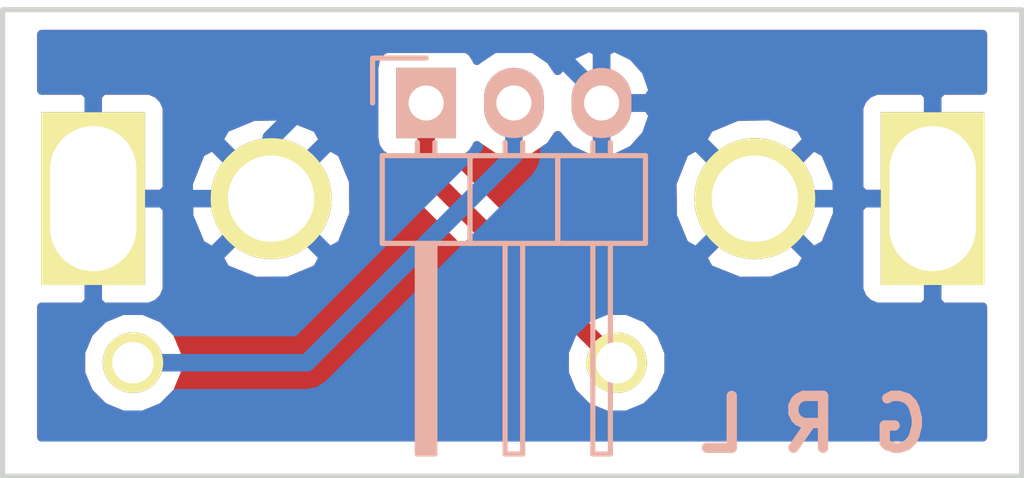
<source format=kicad_pcb>
(kicad_pcb (version 4) (host pcbnew "(2016-02-15 BZR 6559)-product")

  (general
    (links 4)
    (no_connects 4)
    (area 118.620999 99.021 148.879002 113.629001)
    (thickness 1.6)
    (drawings 8)
    (tracks 17)
    (zones 0)
    (modules 2)
    (nets 4)
  )

  (page A4)
  (title_block
    (title "Stereo RCA Breakout")
    (date 2016-02-23)
    (rev 1)
  )

  (layers
    (0 F.Cu signal)
    (31 B.Cu signal)
    (32 B.Adhes user)
    (33 F.Adhes user)
    (34 B.Paste user)
    (35 F.Paste user)
    (36 B.SilkS user)
    (37 F.SilkS user)
    (38 B.Mask user)
    (39 F.Mask user)
    (40 Dwgs.User user)
    (41 Cmts.User user)
    (42 Eco1.User user)
    (43 Eco2.User user)
    (44 Edge.Cuts user)
    (45 Margin user)
    (46 B.CrtYd user)
    (47 F.CrtYd user)
    (48 B.Fab user)
    (49 F.Fab user)
  )

  (setup
    (last_trace_width 0.508)
    (trace_clearance 0.254)
    (zone_clearance 0.508)
    (zone_45_only no)
    (trace_min 0.2)
    (segment_width 0.2)
    (edge_width 0.15)
    (via_size 0.6)
    (via_drill 0.4)
    (via_min_size 0.4)
    (via_min_drill 0.3)
    (uvia_size 0.3)
    (uvia_drill 0.1)
    (uvias_allowed no)
    (uvia_min_size 0.2)
    (uvia_min_drill 0.1)
    (pcb_text_width 0.3)
    (pcb_text_size 1.5 1.5)
    (mod_edge_width 0.15)
    (mod_text_size 1 1)
    (mod_text_width 0.15)
    (pad_size 3 5)
    (pad_drill 2.5)
    (pad_to_mask_clearance 0.2)
    (aux_axis_origin 0 0)
    (visible_elements FFFFFF7F)
    (pcbplotparams
      (layerselection 0x010f0_ffffffff)
      (usegerberextensions true)
      (excludeedgelayer true)
      (linewidth 0.100000)
      (plotframeref false)
      (viasonmask false)
      (mode 1)
      (useauxorigin false)
      (hpglpennumber 1)
      (hpglpenspeed 20)
      (hpglpendiameter 15)
      (psnegative false)
      (psa4output false)
      (plotreference true)
      (plotvalue true)
      (plotinvisibletext false)
      (padsonsilk false)
      (subtractmaskfromsilk false)
      (outputformat 1)
      (mirror false)
      (drillshape 0)
      (scaleselection 1)
      (outputdirectory /Users/bsmt/harem/qate/rca/gerber/))
  )

  (net 0 "")
  (net 1 GND)
  (net 2 /RCA_L)
  (net 3 /RCA_R)

  (net_class Default "This is the default net class."
    (clearance 0.254)
    (trace_width 0.508)
    (via_dia 0.6)
    (via_drill 0.4)
    (uvia_dia 0.3)
    (uvia_drill 0.1)
    (add_net /RCA_L)
    (add_net /RCA_R)
    (add_net GND)
  )

  (module rylib-io:RCJ-2123 (layer F.Cu) (tedit 56CD16C6) (tstamp 56CD1579)
    (at 133.773974 99.968631)
    (path /56CD116E)
    (fp_text reference P1 (at 0 12.5) (layer F.SilkS) hide
      (effects (font (size 1 1) (thickness 0.15)))
    )
    (fp_text value RCA_Stereo (at 0 2.5) (layer F.Fab) hide
      (effects (font (size 1 1) (thickness 0.15)))
    )
    (fp_line (start -13.7 0) (end -13.7 10.25) (layer Dwgs.User) (width 0.15))
    (fp_line (start 13.7 0) (end 13.7 10.25) (layer Dwgs.User) (width 0.15))
    (fp_line (start 0 0) (end 13.7 0) (layer Dwgs.User) (width 0.15))
    (fp_line (start -13.7 0) (end 0 0) (layer Dwgs.User) (width 0.15))
    (pad 1 thru_hole circle (at 7 5.5) (size 3.5 3.5) (drill 2.5) (layers *.Cu *.Mask F.SilkS)
      (net 1 GND))
    (pad 3 thru_hole circle (at -7 5.5) (size 3.5 3.5) (drill 2.5) (layers *.Cu *.Mask F.SilkS)
      (net 1 GND))
    (pad 2 thru_hole circle (at 3 10.25) (size 1.75 1.75) (drill 1.2) (layers *.Cu *.Mask F.SilkS)
      (net 2 /RCA_L))
    (pad 4 thru_hole circle (at -11 10.25) (size 1.75 1.75) (drill 1.2) (layers *.Cu *.Mask F.SilkS)
      (net 3 /RCA_R))
    (pad "" thru_hole rect (at 12.15 5.5) (size 3 5) (drill oval 2.5 4.2) (layers *.Cu *.Mask F.SilkS)
      (net 1 GND))
    (pad "" thru_hole rect (at -12.15 5.5) (size 3 5) (drill oval 2.5 4.2) (layers *.Cu *.Mask F.SilkS)
      (net 1 GND))
  )

  (module Pin_Headers:Pin_Header_Angled_1x03 (layer B.Cu) (tedit 56CD15D6) (tstamp 56CD1580)
    (at 131.26 102.7 270)
    (descr "Through hole pin header")
    (tags "pin header")
    (path /56CD1275)
    (fp_text reference P2 (at 2.5 -2.54 360) (layer B.SilkS) hide
      (effects (font (size 1 1) (thickness 0.15)) (justify mirror))
    )
    (fp_text value CONN_01X03 (at -2.5 -2.54 360) (layer B.Fab) hide
      (effects (font (size 1 1) (thickness 0.15)) (justify mirror))
    )
    (fp_line (start -1.5 1.75) (end -1.5 -6.85) (layer B.CrtYd) (width 0.05))
    (fp_line (start 10.65 1.75) (end 10.65 -6.85) (layer B.CrtYd) (width 0.05))
    (fp_line (start -1.5 1.75) (end 10.65 1.75) (layer B.CrtYd) (width 0.05))
    (fp_line (start -1.5 -6.85) (end 10.65 -6.85) (layer B.CrtYd) (width 0.05))
    (fp_line (start -1.3 1.55) (end -1.3 0) (layer B.SilkS) (width 0.15))
    (fp_line (start 0 1.55) (end -1.3 1.55) (layer B.SilkS) (width 0.15))
    (fp_line (start 4.191 0.127) (end 10.033 0.127) (layer B.SilkS) (width 0.15))
    (fp_line (start 10.033 0.127) (end 10.033 -0.127) (layer B.SilkS) (width 0.15))
    (fp_line (start 10.033 -0.127) (end 4.191 -0.127) (layer B.SilkS) (width 0.15))
    (fp_line (start 4.191 -0.127) (end 4.191 0) (layer B.SilkS) (width 0.15))
    (fp_line (start 4.191 0) (end 10.033 0) (layer B.SilkS) (width 0.15))
    (fp_line (start 1.524 0.254) (end 1.143 0.254) (layer B.SilkS) (width 0.15))
    (fp_line (start 1.524 -0.254) (end 1.143 -0.254) (layer B.SilkS) (width 0.15))
    (fp_line (start 1.524 -2.286) (end 1.143 -2.286) (layer B.SilkS) (width 0.15))
    (fp_line (start 1.524 -2.794) (end 1.143 -2.794) (layer B.SilkS) (width 0.15))
    (fp_line (start 1.524 -4.826) (end 1.143 -4.826) (layer B.SilkS) (width 0.15))
    (fp_line (start 1.524 -5.334) (end 1.143 -5.334) (layer B.SilkS) (width 0.15))
    (fp_line (start 4.064 -1.27) (end 4.064 1.27) (layer B.SilkS) (width 0.15))
    (fp_line (start 10.16 -0.254) (end 4.064 -0.254) (layer B.SilkS) (width 0.15))
    (fp_line (start 10.16 0.254) (end 10.16 -0.254) (layer B.SilkS) (width 0.15))
    (fp_line (start 4.064 0.254) (end 10.16 0.254) (layer B.SilkS) (width 0.15))
    (fp_line (start 1.524 -1.27) (end 4.064 -1.27) (layer B.SilkS) (width 0.15))
    (fp_line (start 1.524 1.27) (end 1.524 -1.27) (layer B.SilkS) (width 0.15))
    (fp_line (start 1.524 1.27) (end 4.064 1.27) (layer B.SilkS) (width 0.15))
    (fp_line (start 1.524 -3.81) (end 4.064 -3.81) (layer B.SilkS) (width 0.15))
    (fp_line (start 1.524 -3.81) (end 1.524 -6.35) (layer B.SilkS) (width 0.15))
    (fp_line (start 4.064 -4.826) (end 10.16 -4.826) (layer B.SilkS) (width 0.15))
    (fp_line (start 10.16 -4.826) (end 10.16 -5.334) (layer B.SilkS) (width 0.15))
    (fp_line (start 10.16 -5.334) (end 4.064 -5.334) (layer B.SilkS) (width 0.15))
    (fp_line (start 4.064 -6.35) (end 4.064 -3.81) (layer B.SilkS) (width 0.15))
    (fp_line (start 4.064 -3.81) (end 4.064 -1.27) (layer B.SilkS) (width 0.15))
    (fp_line (start 10.16 -2.794) (end 4.064 -2.794) (layer B.SilkS) (width 0.15))
    (fp_line (start 10.16 -2.286) (end 10.16 -2.794) (layer B.SilkS) (width 0.15))
    (fp_line (start 4.064 -2.286) (end 10.16 -2.286) (layer B.SilkS) (width 0.15))
    (fp_line (start 1.524 -3.81) (end 4.064 -3.81) (layer B.SilkS) (width 0.15))
    (fp_line (start 1.524 -1.27) (end 1.524 -3.81) (layer B.SilkS) (width 0.15))
    (fp_line (start 1.524 -1.27) (end 4.064 -1.27) (layer B.SilkS) (width 0.15))
    (fp_line (start 1.524 -6.35) (end 4.064 -6.35) (layer B.SilkS) (width 0.15))
    (pad 1 thru_hole rect (at 0 0 270) (size 2.032 1.7272) (drill 1.016) (layers *.Cu *.Mask B.SilkS)
      (net 2 /RCA_L))
    (pad 2 thru_hole oval (at 0 -2.54 270) (size 2.032 1.7272) (drill 1.016) (layers *.Cu *.Mask B.SilkS)
      (net 3 /RCA_R))
    (pad 3 thru_hole oval (at 0 -5.08 270) (size 2.032 1.7272) (drill 1.016) (layers *.Cu *.Mask B.SilkS)
      (net 1 GND))
    (model Pin_Headers.3dshapes/Pin_Header_Angled_1x03.wrl
      (at (xyz 0 -0.1 0))
      (scale (xyz 1 1 1))
      (rotate (xyz 0 0 90))
    )
  )

  (gr_text "G R L" (at 142.5 112) (layer B.SilkS)
    (effects (font (size 1.5 1.5) (thickness 0.3)) (justify mirror))
  )
  (gr_line (start 119 113.5) (end 119 100) (layer Edge.Cuts) (width 0.15))
  (gr_line (start 148.5 113.5) (end 119 113.5) (layer Edge.Cuts) (width 0.15))
  (gr_line (start 148.5 113) (end 148.5 113.5) (layer Edge.Cuts) (width 0.15))
  (gr_line (start 148.5 112) (end 148.5 113) (layer Edge.Cuts) (width 0.15))
  (gr_line (start 148.5 111.5) (end 148.5 112) (layer Edge.Cuts) (width 0.15))
  (gr_line (start 148.5 100) (end 148.5 111.5) (layer Edge.Cuts) (width 0.15))
  (gr_line (start 119 100) (end 148.5 100) (layer Edge.Cuts) (width 0.15))

  (segment (start 119 100) (end 148.5 100) (width 0.25) (layer Dwgs.User) (net 0))
  (segment (start 136.34 102.7) (end 136.34 102.5476) (width 0.508) (layer B.Cu) (net 1))
  (segment (start 136.34 102.5476) (end 134.7924 101) (width 0.508) (layer B.Cu) (net 1))
  (segment (start 134.7924 101) (end 129.5 101) (width 0.508) (layer B.Cu) (net 1))
  (segment (start 129.5 101) (end 126.773974 103.726026) (width 0.508) (layer B.Cu) (net 1))
  (segment (start 126.773974 103.726026) (end 126.773974 105.468631) (width 0.508) (layer B.Cu) (net 1))
  (segment (start 126.773974 105.468631) (end 121.623974 105.468631) (width 0.508) (layer B.Cu) (net 1))
  (segment (start 140.773974 105.468631) (end 143.248847 105.468631) (width 0.508) (layer B.Cu) (net 1))
  (segment (start 143.248847 105.468631) (end 145.923974 105.468631) (width 0.508) (layer B.Cu) (net 1))
  (segment (start 136.34 102.7) (end 138.005343 102.7) (width 0.508) (layer B.Cu) (net 1))
  (segment (start 138.005343 102.7) (end 140.773974 105.468631) (width 0.508) (layer B.Cu) (net 1))
  (segment (start 131.26 102.7) (end 131.26 104.704657) (width 0.508) (layer F.Cu) (net 2))
  (segment (start 131.26 104.704657) (end 136.773974 110.218631) (width 0.508) (layer F.Cu) (net 2))
  (segment (start 133.8 102.7) (end 133.8 104.224) (width 0.508) (layer B.Cu) (net 3))
  (segment (start 127.805369 110.218631) (end 124.01141 110.218631) (width 0.508) (layer B.Cu) (net 3))
  (segment (start 133.8 104.224) (end 127.805369 110.218631) (width 0.508) (layer B.Cu) (net 3))
  (segment (start 124.01141 110.218631) (end 122.773974 110.218631) (width 0.508) (layer B.Cu) (net 3))

  (zone (net 1) (net_name GND) (layer B.Cu) (tstamp 0) (hatch edge 0.508)
    (connect_pads (clearance 0.508))
    (min_thickness 0.254)
    (fill yes (arc_segments 16) (thermal_gap 0.508) (thermal_bridge_width 0.508))
    (polygon
      (pts
        (xy 120 100.5) (xy 147.5 100.5) (xy 147.5 112.5) (xy 120 112.5)
      )
    )
    (filled_polygon
      (pts
        (xy 147.373 102.333631) (xy 146.209724 102.333631) (xy 146.050974 102.492381) (xy 146.050974 105.341631) (xy 146.070974 105.341631)
        (xy 146.070974 105.595631) (xy 146.050974 105.595631) (xy 146.050974 108.444881) (xy 146.209724 108.603631) (xy 147.373 108.603631)
        (xy 147.373 112.373) (xy 120.127 112.373) (xy 120.127 110.517671) (xy 121.263712 110.517671) (xy 121.493112 111.07286)
        (xy 121.917511 111.498001) (xy 122.472299 111.728369) (xy 123.073014 111.728893) (xy 123.628203 111.499493) (xy 124.02075 111.107631)
        (xy 127.805369 111.107631) (xy 128.145575 111.03996) (xy 128.433987 110.847249) (xy 128.763565 110.517671) (xy 135.263712 110.517671)
        (xy 135.493112 111.07286) (xy 135.917511 111.498001) (xy 136.472299 111.728369) (xy 137.073014 111.728893) (xy 137.628203 111.499493)
        (xy 138.053344 111.075094) (xy 138.283712 110.520306) (xy 138.284236 109.919591) (xy 138.054836 109.364402) (xy 137.630437 108.939261)
        (xy 137.075649 108.708893) (xy 136.474934 108.708369) (xy 135.919745 108.937769) (xy 135.494604 109.362168) (xy 135.264236 109.916956)
        (xy 135.263712 110.517671) (xy 128.763565 110.517671) (xy 132.118077 107.163159) (xy 139.259051 107.163159) (xy 139.449338 107.507902)
        (xy 140.330565 107.859587) (xy 141.279297 107.847272) (xy 142.09861 107.507902) (xy 142.288897 107.163159) (xy 140.773974 105.648236)
        (xy 139.259051 107.163159) (xy 132.118077 107.163159) (xy 134.256014 105.025222) (xy 138.383018 105.025222) (xy 138.395333 105.973954)
        (xy 138.734703 106.793267) (xy 139.079446 106.983554) (xy 140.594369 105.468631) (xy 140.953579 105.468631) (xy 142.468502 106.983554)
        (xy 142.813245 106.793267) (xy 143.16493 105.91204) (xy 143.162884 105.754381) (xy 143.788974 105.754381) (xy 143.788974 108.094941)
        (xy 143.885647 108.32833) (xy 144.064276 108.506958) (xy 144.297665 108.603631) (xy 145.638224 108.603631) (xy 145.796974 108.444881)
        (xy 145.796974 105.595631) (xy 143.947724 105.595631) (xy 143.788974 105.754381) (xy 143.162884 105.754381) (xy 143.152615 104.963308)
        (xy 142.813245 104.143995) (xy 142.468502 103.953708) (xy 140.953579 105.468631) (xy 140.594369 105.468631) (xy 139.079446 103.953708)
        (xy 138.734703 104.143995) (xy 138.383018 105.025222) (xy 134.256014 105.025222) (xy 134.428618 104.852618) (xy 134.621329 104.564206)
        (xy 134.689 104.224) (xy 134.689 104.058453) (xy 134.85967 103.944415) (xy 135.066461 103.634931) (xy 135.437964 104.050732)
        (xy 135.965209 104.304709) (xy 135.980974 104.307358) (xy 136.213 104.186217) (xy 136.213 102.827) (xy 136.467 102.827)
        (xy 136.467 104.186217) (xy 136.699026 104.307358) (xy 136.714791 104.304709) (xy 137.242036 104.050732) (xy 137.489193 103.774103)
        (xy 139.259051 103.774103) (xy 140.773974 105.289026) (xy 142.288897 103.774103) (xy 142.09861 103.42936) (xy 141.217383 103.077675)
        (xy 140.268651 103.08999) (xy 139.449338 103.42936) (xy 139.259051 103.774103) (xy 137.489193 103.774103) (xy 137.631954 103.61432)
        (xy 137.825184 103.061913) (xy 137.690333 102.842321) (xy 143.788974 102.842321) (xy 143.788974 105.182881) (xy 143.947724 105.341631)
        (xy 145.796974 105.341631) (xy 145.796974 102.492381) (xy 145.638224 102.333631) (xy 144.297665 102.333631) (xy 144.064276 102.430304)
        (xy 143.885647 102.608932) (xy 143.788974 102.842321) (xy 137.690333 102.842321) (xy 137.680924 102.827) (xy 136.467 102.827)
        (xy 136.213 102.827) (xy 136.193 102.827) (xy 136.193 102.573) (xy 136.213 102.573) (xy 136.213 101.213783)
        (xy 136.467 101.213783) (xy 136.467 102.573) (xy 137.680924 102.573) (xy 137.825184 102.338087) (xy 137.631954 101.78568)
        (xy 137.242036 101.349268) (xy 136.714791 101.095291) (xy 136.699026 101.092642) (xy 136.467 101.213783) (xy 136.213 101.213783)
        (xy 135.980974 101.092642) (xy 135.965209 101.095291) (xy 135.437964 101.349268) (xy 135.066461 101.765069) (xy 134.85967 101.455585)
        (xy 134.373489 101.130729) (xy 133.8 101.016655) (xy 133.226511 101.130729) (xy 132.74033 101.455585) (xy 132.728984 101.472566)
        (xy 132.721757 101.436235) (xy 132.581409 101.226191) (xy 132.371365 101.085843) (xy 132.1236 101.03656) (xy 130.3964 101.03656)
        (xy 130.148635 101.085843) (xy 129.938591 101.226191) (xy 129.798243 101.436235) (xy 129.74896 101.684) (xy 129.74896 103.716)
        (xy 129.798243 103.963765) (xy 129.938591 104.173809) (xy 130.148635 104.314157) (xy 130.3964 104.36344) (xy 132.1236 104.36344)
        (xy 132.371365 104.314157) (xy 132.581409 104.173809) (xy 132.721757 103.963765) (xy 132.728984 103.927434) (xy 132.74033 103.944415)
        (xy 132.789497 103.977267) (xy 127.437133 109.329631) (xy 124.020126 109.329631) (xy 123.630437 108.939261) (xy 123.075649 108.708893)
        (xy 122.474934 108.708369) (xy 121.919745 108.937769) (xy 121.494604 109.362168) (xy 121.264236 109.916956) (xy 121.263712 110.517671)
        (xy 120.127 110.517671) (xy 120.127 108.603631) (xy 121.338224 108.603631) (xy 121.496974 108.444881) (xy 121.496974 105.595631)
        (xy 121.750974 105.595631) (xy 121.750974 108.444881) (xy 121.909724 108.603631) (xy 123.250283 108.603631) (xy 123.483672 108.506958)
        (xy 123.662301 108.32833) (xy 123.758974 108.094941) (xy 123.758974 107.163159) (xy 125.259051 107.163159) (xy 125.449338 107.507902)
        (xy 126.330565 107.859587) (xy 127.279297 107.847272) (xy 128.09861 107.507902) (xy 128.288897 107.163159) (xy 126.773974 105.648236)
        (xy 125.259051 107.163159) (xy 123.758974 107.163159) (xy 123.758974 105.754381) (xy 123.600224 105.595631) (xy 121.750974 105.595631)
        (xy 121.496974 105.595631) (xy 121.476974 105.595631) (xy 121.476974 105.341631) (xy 121.496974 105.341631) (xy 121.496974 102.492381)
        (xy 121.750974 102.492381) (xy 121.750974 105.341631) (xy 123.600224 105.341631) (xy 123.758974 105.182881) (xy 123.758974 105.025222)
        (xy 124.383018 105.025222) (xy 124.395333 105.973954) (xy 124.734703 106.793267) (xy 125.079446 106.983554) (xy 126.594369 105.468631)
        (xy 126.953579 105.468631) (xy 128.468502 106.983554) (xy 128.813245 106.793267) (xy 129.16493 105.91204) (xy 129.152615 104.963308)
        (xy 128.813245 104.143995) (xy 128.468502 103.953708) (xy 126.953579 105.468631) (xy 126.594369 105.468631) (xy 125.079446 103.953708)
        (xy 124.734703 104.143995) (xy 124.383018 105.025222) (xy 123.758974 105.025222) (xy 123.758974 103.774103) (xy 125.259051 103.774103)
        (xy 126.773974 105.289026) (xy 128.288897 103.774103) (xy 128.09861 103.42936) (xy 127.217383 103.077675) (xy 126.268651 103.08999)
        (xy 125.449338 103.42936) (xy 125.259051 103.774103) (xy 123.758974 103.774103) (xy 123.758974 102.842321) (xy 123.662301 102.608932)
        (xy 123.483672 102.430304) (xy 123.250283 102.333631) (xy 121.909724 102.333631) (xy 121.750974 102.492381) (xy 121.496974 102.492381)
        (xy 121.338224 102.333631) (xy 120.127 102.333631) (xy 120.127 100.71) (xy 147.373 100.71)
      )
    )
  )
  (zone (net 1) (net_name GND) (layer F.Cu) (tstamp 0) (hatch edge 0.508)
    (connect_pads (clearance 0.508))
    (min_thickness 0.254)
    (fill yes (arc_segments 16) (thermal_gap 0.508) (thermal_bridge_width 0.508))
    (polygon
      (pts
        (xy 120 100.5) (xy 147.5 100.5) (xy 147.5 112.5) (xy 120 112.5)
      )
    )
    (filled_polygon
      (pts
        (xy 147.373 102.333631) (xy 146.209724 102.333631) (xy 146.050974 102.492381) (xy 146.050974 105.341631) (xy 146.070974 105.341631)
        (xy 146.070974 105.595631) (xy 146.050974 105.595631) (xy 146.050974 108.444881) (xy 146.209724 108.603631) (xy 147.373 108.603631)
        (xy 147.373 112.373) (xy 120.127 112.373) (xy 120.127 110.517671) (xy 121.263712 110.517671) (xy 121.493112 111.07286)
        (xy 121.917511 111.498001) (xy 122.472299 111.728369) (xy 123.073014 111.728893) (xy 123.628203 111.499493) (xy 124.053344 111.075094)
        (xy 124.283712 110.520306) (xy 124.284236 109.919591) (xy 124.054836 109.364402) (xy 123.630437 108.939261) (xy 123.075649 108.708893)
        (xy 122.474934 108.708369) (xy 121.919745 108.937769) (xy 121.494604 109.362168) (xy 121.264236 109.916956) (xy 121.263712 110.517671)
        (xy 120.127 110.517671) (xy 120.127 108.603631) (xy 121.338224 108.603631) (xy 121.496974 108.444881) (xy 121.496974 105.595631)
        (xy 121.750974 105.595631) (xy 121.750974 108.444881) (xy 121.909724 108.603631) (xy 123.250283 108.603631) (xy 123.483672 108.506958)
        (xy 123.662301 108.32833) (xy 123.758974 108.094941) (xy 123.758974 107.163159) (xy 125.259051 107.163159) (xy 125.449338 107.507902)
        (xy 126.330565 107.859587) (xy 127.279297 107.847272) (xy 128.09861 107.507902) (xy 128.288897 107.163159) (xy 126.773974 105.648236)
        (xy 125.259051 107.163159) (xy 123.758974 107.163159) (xy 123.758974 105.754381) (xy 123.600224 105.595631) (xy 121.750974 105.595631)
        (xy 121.496974 105.595631) (xy 121.476974 105.595631) (xy 121.476974 105.341631) (xy 121.496974 105.341631) (xy 121.496974 102.492381)
        (xy 121.750974 102.492381) (xy 121.750974 105.341631) (xy 123.600224 105.341631) (xy 123.758974 105.182881) (xy 123.758974 105.025222)
        (xy 124.383018 105.025222) (xy 124.395333 105.973954) (xy 124.734703 106.793267) (xy 125.079446 106.983554) (xy 126.594369 105.468631)
        (xy 126.953579 105.468631) (xy 128.468502 106.983554) (xy 128.813245 106.793267) (xy 129.16493 105.91204) (xy 129.152615 104.963308)
        (xy 128.813245 104.143995) (xy 128.468502 103.953708) (xy 126.953579 105.468631) (xy 126.594369 105.468631) (xy 125.079446 103.953708)
        (xy 124.734703 104.143995) (xy 124.383018 105.025222) (xy 123.758974 105.025222) (xy 123.758974 103.774103) (xy 125.259051 103.774103)
        (xy 126.773974 105.289026) (xy 128.288897 103.774103) (xy 128.09861 103.42936) (xy 127.217383 103.077675) (xy 126.268651 103.08999)
        (xy 125.449338 103.42936) (xy 125.259051 103.774103) (xy 123.758974 103.774103) (xy 123.758974 102.842321) (xy 123.662301 102.608932)
        (xy 123.483672 102.430304) (xy 123.250283 102.333631) (xy 121.909724 102.333631) (xy 121.750974 102.492381) (xy 121.496974 102.492381)
        (xy 121.338224 102.333631) (xy 120.127 102.333631) (xy 120.127 101.684) (xy 129.74896 101.684) (xy 129.74896 103.716)
        (xy 129.798243 103.963765) (xy 129.938591 104.173809) (xy 130.148635 104.314157) (xy 130.371 104.358388) (xy 130.371 104.704657)
        (xy 130.438671 105.044863) (xy 130.530892 105.182881) (xy 130.631382 105.333275) (xy 135.264193 109.966086) (xy 135.263712 110.517671)
        (xy 135.493112 111.07286) (xy 135.917511 111.498001) (xy 136.472299 111.728369) (xy 137.073014 111.728893) (xy 137.628203 111.499493)
        (xy 138.053344 111.075094) (xy 138.283712 110.520306) (xy 138.284236 109.919591) (xy 138.054836 109.364402) (xy 137.630437 108.939261)
        (xy 137.075649 108.708893) (xy 136.520988 108.708409) (xy 134.975738 107.163159) (xy 139.259051 107.163159) (xy 139.449338 107.507902)
        (xy 140.330565 107.859587) (xy 141.279297 107.847272) (xy 142.09861 107.507902) (xy 142.288897 107.163159) (xy 140.773974 105.648236)
        (xy 139.259051 107.163159) (xy 134.975738 107.163159) (xy 132.837801 105.025222) (xy 138.383018 105.025222) (xy 138.395333 105.973954)
        (xy 138.734703 106.793267) (xy 139.079446 106.983554) (xy 140.594369 105.468631) (xy 140.953579 105.468631) (xy 142.468502 106.983554)
        (xy 142.813245 106.793267) (xy 143.16493 105.91204) (xy 143.162884 105.754381) (xy 143.788974 105.754381) (xy 143.788974 108.094941)
        (xy 143.885647 108.32833) (xy 144.064276 108.506958) (xy 144.297665 108.603631) (xy 145.638224 108.603631) (xy 145.796974 108.444881)
        (xy 145.796974 105.595631) (xy 143.947724 105.595631) (xy 143.788974 105.754381) (xy 143.162884 105.754381) (xy 143.152615 104.963308)
        (xy 142.813245 104.143995) (xy 142.468502 103.953708) (xy 140.953579 105.468631) (xy 140.594369 105.468631) (xy 139.079446 103.953708)
        (xy 138.734703 104.143995) (xy 138.383018 105.025222) (xy 132.837801 105.025222) (xy 132.167322 104.354743) (xy 132.371365 104.314157)
        (xy 132.581409 104.173809) (xy 132.721757 103.963765) (xy 132.728984 103.927434) (xy 132.74033 103.944415) (xy 133.226511 104.269271)
        (xy 133.8 104.383345) (xy 134.373489 104.269271) (xy 134.85967 103.944415) (xy 135.066461 103.634931) (xy 135.437964 104.050732)
        (xy 135.965209 104.304709) (xy 135.980974 104.307358) (xy 136.213 104.186217) (xy 136.213 102.827) (xy 136.467 102.827)
        (xy 136.467 104.186217) (xy 136.699026 104.307358) (xy 136.714791 104.304709) (xy 137.242036 104.050732) (xy 137.489193 103.774103)
        (xy 139.259051 103.774103) (xy 140.773974 105.289026) (xy 142.288897 103.774103) (xy 142.09861 103.42936) (xy 141.217383 103.077675)
        (xy 140.268651 103.08999) (xy 139.449338 103.42936) (xy 139.259051 103.774103) (xy 137.489193 103.774103) (xy 137.631954 103.61432)
        (xy 137.825184 103.061913) (xy 137.690333 102.842321) (xy 143.788974 102.842321) (xy 143.788974 105.182881) (xy 143.947724 105.341631)
        (xy 145.796974 105.341631) (xy 145.796974 102.492381) (xy 145.638224 102.333631) (xy 144.297665 102.333631) (xy 144.064276 102.430304)
        (xy 143.885647 102.608932) (xy 143.788974 102.842321) (xy 137.690333 102.842321) (xy 137.680924 102.827) (xy 136.467 102.827)
        (xy 136.213 102.827) (xy 136.193 102.827) (xy 136.193 102.573) (xy 136.213 102.573) (xy 136.213 101.213783)
        (xy 136.467 101.213783) (xy 136.467 102.573) (xy 137.680924 102.573) (xy 137.825184 102.338087) (xy 137.631954 101.78568)
        (xy 137.242036 101.349268) (xy 136.714791 101.095291) (xy 136.699026 101.092642) (xy 136.467 101.213783) (xy 136.213 101.213783)
        (xy 135.980974 101.092642) (xy 135.965209 101.095291) (xy 135.437964 101.349268) (xy 135.066461 101.765069) (xy 134.85967 101.455585)
        (xy 134.373489 101.130729) (xy 133.8 101.016655) (xy 133.226511 101.130729) (xy 132.74033 101.455585) (xy 132.728984 101.472566)
        (xy 132.721757 101.436235) (xy 132.581409 101.226191) (xy 132.371365 101.085843) (xy 132.1236 101.03656) (xy 130.3964 101.03656)
        (xy 130.148635 101.085843) (xy 129.938591 101.226191) (xy 129.798243 101.436235) (xy 129.74896 101.684) (xy 120.127 101.684)
        (xy 120.127 100.71) (xy 147.373 100.71)
      )
    )
  )
)

</source>
